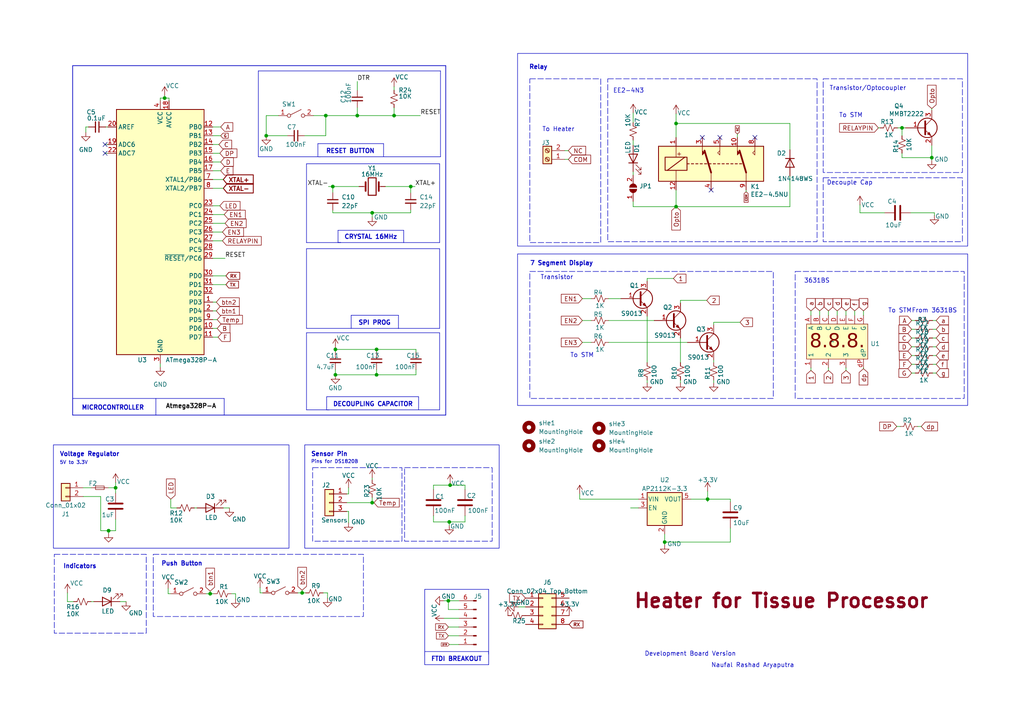
<source format=kicad_sch>
(kicad_sch (version 20230121) (generator eeschema)
  (paper "A4")
  (junction (at 103.632 33.528))
  (junction (at 97.282 101.346))
  (junction (at 33.528 141.478))
  (junction (at 130.302 151.384))
  (junction (at 192.786 157.226))
  (junction (at 94.488 33.528))
  (junction (at 196.088 59.944))
  (junction (at 130.556 140.716))
  (junction (at 130.048 174.244))
  (junction (at 107.95 145.796))
  (junction (at 196.088 35.814))
  (junction (at 109.22 108.712))
  (junction (at 109.22 101.346))
  (junction (at 77.216 39.37))
  (junction (at 97.282 108.712))
  (junction (at 96.52 54.102))
  (junction (at 119.126 54.102))
  (junction (at 107.95 61.722))
  (junction (at 87.63 171.958))
  (junction (at 261.62 37.084))
  (junction (at 270.256 45.72))
  (junction (at 114.3 33.528))
  (junction (at 31.496 153.924))
  (junction (at 205.232 144.78))
  (junction (at 47.752 28.448))
  (junction (at 60.96 172.212))
  (no_connect (at 208.788 39.878))
  (no_connect (at 30.48 41.91))
  (no_connect (at 203.708 39.878))
  (no_connect (at 206.248 55.118))
  (no_connect (at 218.948 39.878))
  (no_connect (at 30.48 44.45))
  (wire (pts (xy 107.95 145.796) (xy 100.584 145.796)))
  (wire (pts (xy 168.91 86.614) (xy 171.45 86.614)))
  (wire (pts (xy 176.53 92.964) (xy 189.738 92.964)))
  (polyline (pts (xy 92.202 45.466) (xy 92.202 41.656)))
  (wire (pts (xy 103.632 33.528) (xy 114.3 33.528)))
  (polyline (pts (xy 123.19 192.786) (xy 141.732 192.786)))
  (wire (pts (xy 205.232 142.494) (xy 205.232 144.78)))
  (polyline (pts (xy 92.964 45.466) (xy 92.202 45.466)))
  (wire (pts (xy 109.22 108.712) (xy 120.65 108.712)))
  (wire (pts (xy 187.706 80.772) (xy 187.706 81.534)))
  (wire (pts (xy 216.408 55.626) (xy 216.408 55.118)))
  (wire (pts (xy 250.444 90.17) (xy 250.444 91.44)))
  (wire (pts (xy 96.52 54.102) (xy 104.14 54.102)))
  (polyline (pts (xy 129.286 120.396) (xy 21.082 120.396)) (stroke (width 0.2) (type solid)))
  (wire (pts (xy 270.51 108.204) (xy 271.526 108.204)))
  (wire (pts (xy 26.416 141.478) (xy 24.13 141.478)))
  (wire (pts (xy 270.51 100.584) (xy 271.526 100.584)))
  (wire (pts (xy 271.018 61.722) (xy 264.16 61.722)))
  (wire (pts (xy 107.95 144.272) (xy 107.95 145.796)))
  (wire (pts (xy 27.178 174.498) (xy 26.416 174.498)))
  (polyline (pts (xy 141.732 188.976) (xy 141.732 189.738)))
  (wire (pts (xy 235.204 107.442) (xy 235.204 106.68)))
  (wire (pts (xy 114.3 31.242) (xy 114.3 33.528)))
  (wire (pts (xy 229.108 59.944) (xy 229.108 51.054)))
  (wire (pts (xy 134.874 149.606) (xy 134.874 151.384)))
  (wire (pts (xy 270.256 31.496) (xy 270.256 32.004)))
  (wire (pts (xy 87.63 171.958) (xy 88.646 171.958)))
  (wire (pts (xy 61.722 74.93) (xy 65.278 74.93)))
  (wire (pts (xy 182.88 147.32) (xy 185.166 147.32)))
  (wire (pts (xy 61.722 59.69) (xy 63.754 59.69)))
  (wire (pts (xy 164.846 46.228) (xy 163.83 46.228)))
  (wire (pts (xy 86.36 171.958) (xy 87.63 171.958)))
  (wire (pts (xy 49.53 144.78) (xy 49.53 147.32)))
  (wire (pts (xy 125.73 151.384) (xy 130.302 151.384)))
  (wire (pts (xy 229.108 35.814) (xy 196.088 35.814)))
  (wire (pts (xy 270.51 92.964) (xy 271.526 92.964)))
  (polyline (pts (xy 127.508 70.358) (xy 127.508 47.498)))
  (wire (pts (xy 264.414 95.504) (xy 265.43 95.504)))
  (wire (pts (xy 29.21 153.924) (xy 31.496 153.924)))
  (wire (pts (xy 30.48 41.91) (xy 31.242 41.91)))
  (polyline (pts (xy 127.762 20.574) (xy 74.93 20.574)))
  (wire (pts (xy 30.48 44.45) (xy 31.242 44.45)))
  (polyline (pts (xy 101.854 91.44) (xy 115.57 91.44)))
  (polyline (pts (xy 127.762 45.466) (xy 127.762 20.574)))
  (wire (pts (xy 33.528 139.954) (xy 33.528 141.478)))
  (wire (pts (xy 62.738 87.63) (xy 61.722 87.63)))
  (wire (pts (xy 130.048 174.244) (xy 133.096 174.244)))
  (wire (pts (xy 61.722 46.99) (xy 64.008 46.99)))
  (wire (pts (xy 168.148 143.256) (xy 168.148 144.78)))
  (wire (pts (xy 97.282 101.346) (xy 109.22 101.346)))
  (polyline (pts (xy 74.93 20.574) (xy 74.93 45.466)))
  (polyline (pts (xy 123.19 170.942) (xy 123.19 189.992)))
  (polyline (pts (xy 21.082 19.05) (xy 129.286 19.05)) (stroke (width 0.2) (type solid)))
  (wire (pts (xy 30.734 36.83) (xy 31.242 36.83)))
  (wire (pts (xy 197.358 87.122) (xy 197.358 87.884)))
  (wire (pts (xy 29.21 144.018) (xy 29.21 153.924)))
  (polyline (pts (xy 123.19 188.976) (xy 141.732 188.976)))
  (wire (pts (xy 130.048 184.404) (xy 133.096 184.404)))
  (wire (pts (xy 120.65 101.346) (xy 120.65 102.108)))
  (polyline (pts (xy 95.504 118.872) (xy 94.742 118.872)))
  (wire (pts (xy 270.51 105.664) (xy 271.526 105.664)))
  (wire (pts (xy 196.088 35.814) (xy 196.088 39.878)))
  (wire (pts (xy 94.488 33.528) (xy 90.932 33.528)))
  (wire (pts (xy 214.63 93.472) (xy 207.01 93.472)))
  (wire (pts (xy 192.786 157.988) (xy 192.786 157.226)))
  (wire (pts (xy 168.148 144.78) (xy 185.166 144.78)))
  (wire (pts (xy 264.414 98.044) (xy 265.43 98.044)))
  (wire (pts (xy 242.824 90.17) (xy 242.824 91.44)))
  (wire (pts (xy 254.762 37.084) (xy 255.27 37.084)))
  (wire (pts (xy 260.35 37.084) (xy 261.62 37.084)))
  (wire (pts (xy 101.092 141.478) (xy 101.092 143.256)))
  (polyline (pts (xy 98.806 70.358) (xy 98.044 70.358)))
  (wire (pts (xy 125.73 140.716) (xy 125.73 141.986)))
  (wire (pts (xy 130.048 176.784) (xy 130.048 174.244)))
  (wire (pts (xy 128.778 174.244) (xy 130.048 174.244)))
  (wire (pts (xy 183.642 58.42) (xy 183.642 59.944)))
  (wire (pts (xy 94.996 171.958) (xy 93.726 171.958)))
  (wire (pts (xy 33.528 150.622) (xy 33.528 153.924)))
  (wire (pts (xy 24.892 38.354) (xy 24.892 36.83)))
  (wire (pts (xy 87.63 171.196) (xy 87.63 171.958)))
  (wire (pts (xy 183.642 49.784) (xy 183.642 50.8)))
  (polyline (pts (xy 45.212 115.57) (xy 45.212 120.396)))
  (wire (pts (xy 264.414 100.584) (xy 265.43 100.584)))
  (wire (pts (xy 205.232 144.78) (xy 205.232 145.542)))
  (wire (pts (xy 97.282 102.108) (xy 97.282 101.346)))
  (wire (pts (xy 260.096 123.698) (xy 261.112 123.698)))
  (wire (pts (xy 61.722 54.61) (xy 64.77 54.61)))
  (wire (pts (xy 168.91 92.964) (xy 171.45 92.964)))
  (wire (pts (xy 204.978 87.122) (xy 197.358 87.122)))
  (wire (pts (xy 130.556 140.716) (xy 134.874 140.716)))
  (wire (pts (xy 111.76 54.102) (xy 119.126 54.102)))
  (wire (pts (xy 114.3 25.146) (xy 114.3 26.162)))
  (wire (pts (xy 235.204 90.17) (xy 235.204 91.44)))
  (wire (pts (xy 213.868 38.862) (xy 213.868 39.878)))
  (polyline (pts (xy 92.456 45.466) (xy 92.964 45.466)))
  (wire (pts (xy 196.088 59.944) (xy 196.088 55.118)))
  (wire (pts (xy 75.438 171.958) (xy 76.2 171.958)))
  (wire (pts (xy 237.744 90.17) (xy 237.744 91.44)))
  (polyline (pts (xy 98.044 70.358) (xy 98.044 66.802)))
  (wire (pts (xy 109.22 101.346) (xy 109.22 102.108)))
  (wire (pts (xy 176.53 86.614) (xy 180.086 86.614)))
  (polyline (pts (xy 101.854 95.25) (xy 101.854 91.44)))
  (wire (pts (xy 75.438 170.434) (xy 75.438 171.958)))
  (wire (pts (xy 61.722 44.45) (xy 63.754 44.45)))
  (polyline (pts (xy 123.19 189.992) (xy 123.19 192.786)))
  (wire (pts (xy 61.722 49.53) (xy 64.008 49.53)))
  (polyline (pts (xy 65.024 115.57) (xy 65.024 120.396)))
  (wire (pts (xy 47.752 27.686) (xy 47.752 28.448)))
  (polyline (pts (xy 92.202 41.656) (xy 111.252 41.656)))
  (wire (pts (xy 61.722 69.85) (xy 64.516 69.85)))
  (wire (pts (xy 49.022 28.448) (xy 49.022 29.21)))
  (polyline (pts (xy 98.044 66.802) (xy 117.094 66.802)))
  (wire (pts (xy 57.15 147.32) (xy 56.388 147.32)))
  (wire (pts (xy 130.048 181.864) (xy 133.096 181.864)))
  (wire (pts (xy 207.01 93.472) (xy 207.01 94.234)))
  (wire (pts (xy 197.358 110.998) (xy 197.358 110.236)))
  (wire (pts (xy 196.088 33.02) (xy 196.088 35.814)))
  (wire (pts (xy 60.96 171.45) (xy 60.96 172.212)))
  (polyline (pts (xy 21.082 115.57) (xy 65.024 115.57)))
  (polyline (pts (xy 75.438 45.466) (xy 127.762 45.466)))
  (wire (pts (xy 46.482 29.21) (xy 46.482 28.448)))
  (wire (pts (xy 134.874 140.716) (xy 134.874 141.986)))
  (wire (pts (xy 19.558 174.498) (xy 21.336 174.498)))
  (polyline (pts (xy 88.9 96.52) (xy 88.9 118.872)))
  (polyline (pts (xy 121.412 115.062) (xy 121.412 118.872)))
  (wire (pts (xy 36.576 174.498) (xy 34.798 174.498)))
  (wire (pts (xy 195.326 80.772) (xy 187.706 80.772)))
  (wire (pts (xy 94.996 173.482) (xy 94.996 171.958)))
  (wire (pts (xy 48.768 172.212) (xy 49.53 172.212)))
  (wire (pts (xy 270.51 103.124) (xy 271.526 103.124)))
  (wire (pts (xy 205.232 144.78) (xy 211.836 144.78)))
  (wire (pts (xy 264.414 105.664) (xy 265.43 105.664)))
  (wire (pts (xy 107.95 62.992) (xy 107.95 61.722)))
  (wire (pts (xy 63.5 41.91) (xy 61.722 41.91)))
  (polyline (pts (xy 88.9 95.25) (xy 88.9 72.136)))
  (wire (pts (xy 94.488 33.528) (xy 103.632 33.528)))
  (wire (pts (xy 107.95 138.684) (xy 107.95 139.192)))
  (wire (pts (xy 95.25 54.102) (xy 96.52 54.102)))
  (wire (pts (xy 66.548 147.32) (xy 64.77 147.32)))
  (wire (pts (xy 130.048 176.784) (xy 133.096 176.784)))
  (wire (pts (xy 183.642 32.766) (xy 183.642 35.56)))
  (wire (pts (xy 207.01 110.998) (xy 207.01 110.236)))
  (wire (pts (xy 61.722 95.25) (xy 62.992 95.25)))
  (wire (pts (xy 125.73 140.716) (xy 130.556 140.716)))
  (polyline (pts (xy 88.9 96.52) (xy 127.508 96.52)))
  (polyline (pts (xy 115.57 95.25) (xy 127.508 95.25)))
  (wire (pts (xy 101.092 151.638) (xy 101.092 148.336)))
  (wire (pts (xy 31.496 154.686) (xy 31.496 153.924)))
  (wire (pts (xy 270.51 98.044) (xy 271.526 98.044)))
  (polyline (pts (xy 115.57 91.44) (xy 115.57 95.25)))
  (wire (pts (xy 63.246 97.79) (xy 61.722 97.79)))
  (polyline (pts (xy 94.742 118.872) (xy 94.742 115.062)))
  (wire (pts (xy 240.284 107.442) (xy 240.284 106.68)))
  (polyline (pts (xy 94.742 115.062) (xy 121.412 115.062)))
  (wire (pts (xy 130.302 151.384) (xy 130.302 152.4)))
  (wire (pts (xy 101.092 143.256) (xy 100.584 143.256)))
  (polyline (pts (xy 141.732 192.786) (xy 141.732 170.942)))
  (wire (pts (xy 271.018 62.484) (xy 271.018 61.722)))
  (wire (pts (xy 192.786 157.226) (xy 211.836 157.226)))
  (wire (pts (xy 80.772 33.528) (xy 77.216 33.528)))
  (wire (pts (xy 109.22 107.188) (xy 109.22 108.712)))
  (wire (pts (xy 97.282 107.188) (xy 97.282 108.712)))
  (wire (pts (xy 128.778 179.324) (xy 133.096 179.324)))
  (polyline (pts (xy 88.9 72.136) (xy 127.508 72.136)))
  (wire (pts (xy 31.496 153.924) (xy 33.528 153.924)))
  (wire (pts (xy 261.62 37.084) (xy 262.636 37.084)))
  (wire (pts (xy 211.836 144.78) (xy 211.836 145.542)))
  (polyline (pts (xy 141.732 170.942) (xy 123.19 170.942)))
  (polyline (pts (xy 127.508 118.872) (xy 88.9 118.872)))
  (wire (pts (xy 211.836 153.162) (xy 211.836 157.226)))
  (wire (pts (xy 19.558 171.958) (xy 19.558 174.498)))
  (wire (pts (xy 88.392 39.37) (xy 94.488 39.37)))
  (wire (pts (xy 270.51 95.504) (xy 271.526 95.504)))
  (wire (pts (xy 96.52 60.96) (xy 96.52 61.722)))
  (wire (pts (xy 48.768 170.688) (xy 48.768 172.212)))
  (wire (pts (xy 83.312 39.37) (xy 77.216 39.37)))
  (polyline (pts (xy 88.9 47.498) (xy 127.508 47.498)))
  (wire (pts (xy 94.488 39.37) (xy 94.488 33.528)))
  (polyline (pts (xy 88.9 47.498) (xy 88.9 70.358)))
  (polyline (pts (xy 88.9 70.358) (xy 127.508 70.358)))
  (wire (pts (xy 46.482 106.426) (xy 46.482 105.41)))
  (wire (pts (xy 200.406 144.78) (xy 205.232 144.78)))
  (wire (pts (xy 266.192 123.698) (xy 267.208 123.698)))
  (wire (pts (xy 247.904 90.17) (xy 247.904 91.44)))
  (wire (pts (xy 61.722 62.23) (xy 65.024 62.23)))
  (wire (pts (xy 68.326 172.212) (xy 67.056 172.212)))
  (wire (pts (xy 62.738 90.17) (xy 61.722 90.17)))
  (wire (pts (xy 60.96 172.212) (xy 61.976 172.212)))
  (polyline (pts (xy 129.286 19.812) (xy 129.286 19.05)))
  (wire (pts (xy 103.632 31.242) (xy 103.632 33.528)))
  (wire (pts (xy 250.444 106.934) (xy 250.444 106.68)))
  (wire (pts (xy 229.108 43.434) (xy 229.108 35.814)))
  (wire (pts (xy 96.52 61.722) (xy 107.95 61.722)))
  (wire (pts (xy 61.722 82.55) (xy 65.532 82.55)))
  (wire (pts (xy 24.13 144.018) (xy 29.21 144.018)))
  (wire (pts (xy 31.496 141.478) (xy 33.528 141.478)))
  (wire (pts (xy 24.892 36.83) (xy 25.654 36.83)))
  (wire (pts (xy 109.22 101.346) (xy 120.65 101.346)))
  (polyline (pts (xy 74.93 45.466) (xy 75.438 45.466)))
  (wire (pts (xy 61.722 80.01) (xy 65.532 80.01)))
  (wire (pts (xy 119.126 54.102) (xy 120.396 54.102)))
  (wire (pts (xy 97.282 100.838) (xy 97.282 101.346)))
  (wire (pts (xy 97.282 108.712) (xy 109.22 108.712)))
  (wire (pts (xy 108.458 145.796) (xy 107.95 145.796)))
  (wire (pts (xy 96.52 55.88) (xy 96.52 54.102)))
  (wire (pts (xy 125.73 149.606) (xy 125.73 151.384)))
  (wire (pts (xy 196.088 59.944) (xy 183.642 59.944)))
  (wire (pts (xy 130.556 140.208) (xy 130.556 140.716)))
  (wire (pts (xy 103.632 23.622) (xy 103.632 26.162)))
  (wire (pts (xy 68.326 173.736) (xy 68.326 172.212)))
  (wire (pts (xy 196.088 59.944) (xy 229.108 59.944)))
  (wire (pts (xy 270.256 45.72) (xy 270.256 42.164)))
  (polyline (pts (xy 123.19 190.246) (xy 123.19 188.976)))
  (wire (pts (xy 264.414 108.204) (xy 265.43 108.204)))
  (wire (pts (xy 183.642 42.164) (xy 183.642 40.64)))
  (wire (pts (xy 264.414 103.124) (xy 265.43 103.124)))
  (wire (pts (xy 261.62 45.72) (xy 270.256 45.72)))
  (wire (pts (xy 176.53 99.314) (xy 199.39 99.314)))
  (wire (pts (xy 33.528 143.002) (xy 33.528 141.478)))
  (wire (pts (xy 187.706 91.694) (xy 187.706 105.156)))
  (wire (pts (xy 61.722 92.71) (xy 62.992 92.71)))
  (wire (pts (xy 197.358 98.044) (xy 197.358 105.156)))
  (wire (pts (xy 119.126 55.88) (xy 119.126 54.102)))
  (wire (pts (xy 207.01 104.394) (xy 207.01 105.156)))
  (wire (pts (xy 249.428 59.436) (xy 249.428 61.722)))
  (wire (pts (xy 261.62 44.45) (xy 261.62 45.72)))
  (wire (pts (xy 61.722 67.31) (xy 64.516 67.31)))
  (wire (pts (xy 114.3 33.528) (xy 121.92 33.528)))
  (wire (pts (xy 120.65 108.712) (xy 120.65 107.188)))
  (wire (pts (xy 245.364 90.17) (xy 245.364 91.44)))
  (wire (pts (xy 150.368 176.022) (xy 152.4 176.022)))
  (wire (pts (xy 101.092 148.336) (xy 100.584 148.336)))
  (polyline (pts (xy 127.508 72.136) (xy 127.508 95.25)))
  (wire (pts (xy 46.482 28.448) (xy 47.752 28.448)))
  (wire (pts (xy 61.722 52.07) (xy 64.77 52.07)))
  (wire (pts (xy 261.62 39.37) (xy 261.62 37.084)))
  (wire (pts (xy 77.216 33.528) (xy 77.216 39.37)))
  (wire (pts (xy 245.364 107.442) (xy 245.364 106.68)))
  (wire (pts (xy 64.008 36.83) (xy 61.722 36.83)))
  (polyline (pts (xy 111.252 41.656) (xy 111.252 45.466)))
  (wire (pts (xy 187.706 110.998) (xy 187.706 110.236)))
  (wire (pts (xy 192.786 157.226) (xy 192.786 154.94)))
  (wire (pts (xy 240.284 90.17) (xy 240.284 91.44)))
  (wire (pts (xy 59.69 172.212) (xy 60.96 172.212)))
  (polyline (pts (xy 129.286 19.05) (xy 129.286 120.396)) (stroke (width 0.2) (type solid)))
  (wire (pts (xy 49.53 147.32) (xy 51.308 147.32)))
  (polyline (pts (xy 21.082 19.05) (xy 21.082 120.396)) (stroke (width 0.2) (type solid)))
  (wire (pts (xy 47.752 28.448) (xy 49.022 28.448)))
  (polyline (pts (xy 115.57 95.25) (xy 88.9 95.25)))
  (wire (pts (xy 168.91 99.314) (xy 171.45 99.314)))
  (wire (pts (xy 130.302 186.944) (xy 133.096 186.944)))
  (wire (pts (xy 107.95 61.722) (xy 119.126 61.722)))
  (wire (pts (xy 270.256 45.72) (xy 270.256 46.482)))
  (wire (pts (xy 164.846 43.688) (xy 163.83 43.688)))
  (polyline (pts (xy 127.508 96.52) (xy 127.508 118.872)))
  (wire (pts (xy 264.414 92.964) (xy 265.43 92.964)))
  (polyline (pts (xy 117.094 66.802) (xy 117.094 70.358)))
  (wire (pts (xy 130.302 151.384) (xy 134.874 151.384)))
  (wire (pts (xy 61.722 39.37) (xy 64.008 39.37)))
  (wire (pts (xy 61.722 64.77) (xy 65.278 64.77)))
  (wire (pts (xy 119.126 61.722) (xy 119.126 60.96)))
  (wire (pts (xy 249.428 61.722) (xy 256.54 61.722)))
  (rectangle (start 117.348 135.636) (end 142.748 156.972) (stroke (width 0) (type dash)))
  (rectangle (start 176.276 22.86) (end 236.982 70.104) (stroke (width 0) (type dash)))
  (rectangle (start 238.76 22.86) (end 279.146 50.038) (stroke (width 0) (type dash)))
  (rectangle (start 230.632 78.74) (end 279.654 115.57) (stroke (width 0) (type dash)))
  (rectangle (start 44.45 160.782) (end 105.41 178.816) (stroke (width 0) (type dash)))
  (rectangle (start 150.114 15.494) (end 280.67 71.374))
  (rectangle (start 90.678 135.636) (end 116.586 156.972) (stroke (width 0) (type dash)))
  (rectangle (start 153.67 22.86) (end 174.244 70.358) (stroke (width 0) (type dash)))
  (rectangle (start 150.114 73.66) (end 280.67 117.602))
  (rectangle (start 15.494 129.032) (end 83.82 159.004))
  (rectangle (start 15.748 160.782) (end 42.418 183.642) (stroke (width 0) (type dash)))
  (rectangle (start 88.392 129.032) (end 144.78 159.004))
  (rectangle (start 153.67 78.74) (end 224.282 115.57) (stroke (width 0) (type dash)))
  (rectangle (start 238.76 51.562) (end 279.146 70.104) (stroke (width 0) (type dash)))
  (text "5V to 3.3V\n" (at 17.272 134.874 0) (effects (font (size 1 1)) (justify left bottom)))
  (text "To STM\n" (at 243.332 34.29 0) (effects (font (size 1.27 1.27)) (justify left bottom)))
  (text "Indicators\n" (at 18.288 165.1 0) (effects (font (size 1.27 1.27) bold) (justify left bottom)))
  (text "To Heater\n" (at 157.226 38.354 0) (effects (font (size 1.27 1.27)) (justify left bottom)))
  (text "MICROCONTROLLER\n" (at 23.622 119.126 0) (effects (font (size 1.27 1.27) bold) (justify left bottom)))
  (text "Sensor Pin" (at 90.17 132.588 0) (effects (font (size 1.27 1.27) bold) (justify left bottom)))
  (text "Development Board Version\n" (at 186.944 190.5 0) (effects (font (size 1.27 1.27)) (justify left bottom)))
  (text "To STM\n" (at 165.354 103.886 0) (effects (font (size 1.27 1.27)) (justify left bottom)))
  (text "7 Segment Display" (at 153.67 77.216 0) (effects (font (size 1.27 1.27) (thickness 0.254) bold) (justify left bottom)))
  (text "Naufal Rashad Aryaputra\n" (at 206.248 193.802 0) (effects (font (size 1.27 1.27)) (justify left bottom)))
  (text "EE2-4N3\n" (at 177.8 27.178 0) (effects (font (size 1.27 1.27)) (justify left bottom)))
  (text "DECOUPLING CAPACITOR\n" (at 96.52 118.11 0) (effects (font (size 1.27 1.27) bold) (justify left bottom)))
  (text "To STM\n" (at 257.556 90.932 0) (effects (font (size 1.27 1.27)) (justify left bottom)))
  (text "Push Button\n" (at 46.736 164.338 0) (effects (font (size 1.27 1.27) (thickness 0.254) bold) (justify left bottom)))
  (text "Heater for Tissue Processor\n" (at 183.642 176.784 0) (effects (font (size 4 4) bold) (justify left bottom)))
  (text "SPI PROG\n" (at 103.886 94.488 0) (effects (font (size 1.27 1.27) bold) (justify left bottom)))
  (text "Decouple Cap\n" (at 239.776 53.848 0) (effects (font (size 1.27 1.27)) (justify left bottom)))
  (text "Relay\n" (at 153.416 20.32 0) (effects (font (size 1.27 1.27) bold) (justify left bottom)))
  (text "Voltage Regulator\n" (at 17.272 132.588 0) (effects (font (size 1.27 1.27) bold) (justify left bottom)))
  (text "Transistor" (at 156.718 81.28 0) (effects (font (size 1.27 1.27)) (justify left bottom)))
  (text "From 3631BS\n" (at 264.414 90.932 0) (effects (font (size 1.27 1.27)) (justify left bottom)))
  (text "Transistor/Optocoupler\n" (at 240.538 26.416 0) (effects (font (size 1.27 1.27)) (justify left bottom)))
  (text "3631BS\n" (at 233.172 82.296 0) (effects (font (size 1.27 1.27)) (justify left bottom)))
  (text "CRYSTAL 16MHz\n" (at 99.822 69.596 0) (effects (font (size 1.27 1.27) bold) (justify left bottom)))
  (text "FTDI BREAKOUT\n\n" (at 124.968 194.056 0) (effects (font (size 1.27 1.27) (thickness 0.254) bold) (justify left bottom)))
  (text "RESET BUTTON\n" (at 94.488 44.704 0) (effects (font (size 1.27 1.27) bold) (justify left bottom)))
  (text "Pins for DS1820B\n" (at 90.17 134.62 0) (effects (font (size 1 1)) (justify left bottom)))
  (label "XTAL-" (at 95.25 54.102 180))
  (label "RESET" (at 65.278 74.93 0))
  (label "Atmega328P-A" (at 48.006 118.872 0) (effects (font bold)))
  (label "XTAL+" (at 120.396 54.102 0))
  (label "RESET" (at 121.92 33.528 0))
  (label "DTR" (at 103.632 23.622 0))
  (global_label "C" (shape input) (at 264.414 98.044 180) (property "Intersheetrefs" "${INTERSHEET_REFS}" (effects hide)))
  (global_label "Opto" (shape input) (at 196.088 59.944 270) (property "Intersheetrefs" "${INTERSHEET_REFS}" (effects hide)))
  (global_label "COM" (shape input) (at 164.846 46.228 0) (property "Intersheetrefs" "${INTERSHEET_REFS}" (effects hide)))
  (global_label "A" (shape input) (at 64.008 36.83 0) (property "Intersheetrefs" "${INTERSHEET_REFS}" (effects hide)))
  (global_label "RX" (shape input) (at 130.048 181.864 180) (effects (font (size 0.96 0.96))) (property "Intersheetrefs" "${INTERSHEET_REFS}" (effects hide)))
  (global_label "btn1" (shape input) (at 60.96 171.45 90) (property "Intersheetrefs" "${INTERSHEET_REFS}" (effects hide)))
  (global_label "EN3" (shape input) (at 64.516 67.31 0) (property "Intersheetrefs" "${INTERSHEET_REFS}" (effects hide)))
  (global_label "EN3" (shape input) (at 168.91 99.314 180) (property "Intersheetrefs" "${INTERSHEET_REFS}" (effects hide)))
  (global_label "XTAL+" (shape input) (at 64.77 52.07 0) (effects (font bold)) (property "Intersheetrefs" "${INTERSHEET_REFS}" (effects hide)))
  (global_label "e" (shape input) (at 271.526 103.124 0) (property "Intersheetrefs" "${INTERSHEET_REFS}" (effects hide)))
  (global_label "D" (shape input) (at 264.414 100.584 180) (property "Intersheetrefs" "${INTERSHEET_REFS}" (effects hide)))
  (global_label "RELAYPIN" (shape input) (at 254.762 37.084 180) (property "Intersheetrefs" "${INTERSHEET_REFS}" (effects hide)))
  (global_label "XTAL-" (shape input) (at 64.77 54.61 0) (effects (font bold)) (property "Intersheetrefs" "${INTERSHEET_REFS}" (effects hide)))
  (global_label "COM" (shape input) (at 216.408 55.626 270) (effects (font (size 0.6 0.6))) (property "Intersheetrefs" "${INTERSHEET_REFS}" (effects hide)))
  (global_label "Opto" (shape input) (at 270.256 31.496 90) (property "Intersheetrefs" "${INTERSHEET_REFS}" (effects hide)))
  (global_label "b" (shape input) (at 271.526 95.504 0) (property "Intersheetrefs" "${INTERSHEET_REFS}" (effects hide)))
  (global_label "btn2" (shape input) (at 87.63 171.196 90) (property "Intersheetrefs" "${INTERSHEET_REFS}" (effects hide)))
  (global_label "EN1" (shape input) (at 168.91 86.614 180) (property "Intersheetrefs" "${INTERSHEET_REFS}" (effects hide)))
  (global_label "3" (shape input) (at 245.364 107.442 270) (property "Intersheetrefs" "${INTERSHEET_REFS}" (effects hide)))
  (global_label "A" (shape input) (at 264.414 92.964 180) (property "Intersheetrefs" "${INTERSHEET_REFS}" (effects hide)))
  (global_label "E" (shape input) (at 264.414 103.124 180) (property "Intersheetrefs" "${INTERSHEET_REFS}" (effects hide)))
  (global_label "f" (shape input) (at 247.904 90.17 90) (property "Intersheetrefs" "${INTERSHEET_REFS}" (effects hide)))
  (global_label "Temp" (shape input) (at 62.992 92.71 0) (property "Intersheetrefs" "${INTERSHEET_REFS}" (effects hide)))
  (global_label "RX" (shape input) (at 165.1 181.102 0) (effects (font (size 0.96 0.96) bold)) (property "Intersheetrefs" "${INTERSHEET_REFS}" (effects hide)))
  (global_label "btn2" (shape input) (at 62.738 87.63 0) (property "Intersheetrefs" "${INTERSHEET_REFS}" (effects hide)))
  (global_label "btn1" (shape input) (at 62.738 90.17 0) (property "Intersheetrefs" "${INTERSHEET_REFS}" (effects hide)))
  (global_label "dp" (shape input) (at 250.444 106.934 270) (property "Intersheetrefs" "${INTERSHEET_REFS}" (effects hide)))
  (global_label "E" (shape input) (at 64.008 49.53 0) (property "Intersheetrefs" "${INTERSHEET_REFS}" (effects hide)))
  (global_label "B" (shape input) (at 264.414 95.504 180) (property "Intersheetrefs" "${INTERSHEET_REFS}" (effects hide)))
  (global_label "DP" (shape input) (at 260.096 123.698 180) (property "Intersheetrefs" "${INTERSHEET_REFS}" (effects hide)))
  (global_label "TX" (shape input) (at 65.532 82.55 0) (effects (font (size 0.93 0.93) bold)) (property "Intersheetrefs" "${INTERSHEET_REFS}" (effects hide)))
  (global_label "C" (shape input) (at 63.5 41.91 0) (property "Intersheetrefs" "${INTERSHEET_REFS}" (effects hide)))
  (global_label "c" (shape input) (at 271.526 98.044 0) (property "Intersheetrefs" "${INTERSHEET_REFS}" (effects hide)))
  (global_label "DP" (shape input) (at 63.754 44.45 0) (property "Intersheetrefs" "${INTERSHEET_REFS}" (effects hide)))
  (global_label "B" (shape input) (at 62.992 95.25 0) (property "Intersheetrefs" "${INTERSHEET_REFS}" (effects hide)))
  (global_label "e" (shape input) (at 245.364 90.17 90) (property "Intersheetrefs" "${INTERSHEET_REFS}" (effects hide)))
  (global_label "2" (shape input) (at 204.978 87.122 0) (property "Intersheetrefs" "${INTERSHEET_REFS}" (effects hide)))
  (global_label "dp" (shape input) (at 267.208 123.698 0) (property "Intersheetrefs" "${INTERSHEET_REFS}" (effects hide)))
  (global_label "1" (shape input) (at 235.204 107.442 270) (property "Intersheetrefs" "${INTERSHEET_REFS}" (effects hide)))
  (global_label "D" (shape input) (at 64.008 46.99 0) (property "Intersheetrefs" "${INTERSHEET_REFS}" (effects hide)))
  (global_label "RELAYPIN" (shape input) (at 64.516 69.85 0) (property "Intersheetrefs" "${INTERSHEET_REFS}" (effects hide)))
  (global_label "3" (shape input) (at 214.63 93.472 0) (property "Intersheetrefs" "${INTERSHEET_REFS}" (effects hide)))
  (global_label "1" (shape input) (at 195.326 80.772 0) (property "Intersheetrefs" "${INTERSHEET_REFS}" (effects hide)))
  (global_label "NC" (shape input) (at 213.868 38.862 90) (effects (font (size 0.6 0.6))) (property "Intersheetrefs" "${INTERSHEET_REFS}" (effects hide)))
  (global_label "b" (shape input) (at 237.744 90.17 90) (property "Intersheetrefs" "${INTERSHEET_REFS}" (effects hide)))
  (global_label "RX" (shape input) (at 65.532 80.01 0) (effects (font (size 0.96 0.96) bold)) (property "Intersheetrefs" "${INTERSHEET_REFS}" (effects hide)))
  (global_label "f" (shape input) (at 271.526 105.664 0) (property "Intersheetrefs" "${INTERSHEET_REFS}" (effects hide)))
  (global_label "F" (shape input) (at 264.414 105.664 180) (property "Intersheetrefs" "${INTERSHEET_REFS}" (effects hide)))
  (global_label "a" (shape input) (at 235.204 90.17 90) (property "Intersheetrefs" "${INTERSHEET_REFS}" (effects hide)))
  (global_label "c" (shape input) (at 240.284 90.17 90) (property "Intersheetrefs" "${INTERSHEET_REFS}" (effects hide)))
  (global_label "d" (shape input) (at 242.824 90.17 90) (property "Intersheetrefs" "${INTERSHEET_REFS}" (effects hide)))
  (global_label "F" (shape input) (at 63.246 97.79 0) (property "Intersheetrefs" "${INTERSHEET_REFS}" (effects hide)))
  (global_label "G" (shape input) (at 264.414 108.204 180) (property "Intersheetrefs" "${INTERSHEET_REFS}" (effects hide)))
  (global_label "d" (shape input) (at 271.526 100.584 0) (property "Intersheetrefs" "${INTERSHEET_REFS}" (effects hide)))
  (global_label "EN1" (shape input) (at 65.024 62.23 0) (property "Intersheetrefs" "${INTERSHEET_REFS}" (effects hide)))
  (global_label "G" (shape input) (at 64.008 39.37 0) (effects (font (size 0.75 0.75))) (property "Intersheetrefs" "${INTERSHEET_REFS}" (effects hide)))
  (global_label "g" (shape input) (at 271.526 108.204 0) (property "Intersheetrefs" "${INTERSHEET_REFS}" (effects hide)))
  (global_label "a" (shape input) (at 271.526 92.964 0) (property "Intersheetrefs" "${INTERSHEET_REFS}" (effects hide)))
  (global_label "Temp" (shape input) (at 108.458 145.796 0) (property "Intersheetrefs" "${INTERSHEET_REFS}" (effects hide)))
  (global_label "NC" (shape input) (at 164.846 43.688 0) (property "Intersheetrefs" "${INTERSHEET_REFS}" (effects hide)))
  (global_label "2" (shape input) (at 240.284 107.442 270) (property "Intersheetrefs" "${INTERSHEET_REFS}" (effects hide)))
  (global_label "DTR" (shape input) (at 130.302 186.944 180) (effects (font (size 0.5 0.5))) (property "Intersheetrefs" "${INTERSHEET_REFS}" (effects hide)))
  (global_label "EN2" (shape input) (at 168.91 92.964 180) (property "Intersheetrefs" "${INTERSHEET_REFS}" (effects hide)))
  (global_label "EN2" (shape input) (at 65.278 64.77 0) (property "Intersheetrefs" "${INTERSHEET_REFS}" (effects hide)))
  (global_label "LED" (shape input) (at 49.53 144.78 90) (property "Intersheetrefs" "${INTERSHEET_REFS}" (effects hide)))
  (global_label "TX" (shape input) (at 152.4 173.482 180) (property "Intersheetrefs" "${INTERSHEET_REFS}" (effects hide)))
  (global_label "g" (shape input) (at 250.444 90.17 90) (property "Intersheetrefs" "${INTERSHEET_REFS}" (effects hide)))
  (global_label "TX" (shape input) (at 130.048 184.404 180) (effects (font (size 0.96 0.96))) (property "Intersheetrefs" "${INTERSHEET_REFS}" (effects hide)))
  (global_label "LED" (shape input) (at 63.754 59.69 0) (property "Intersheetrefs" "${INTERSHEET_REFS}" (effects hide)))
  (symbol (lib_id "power:GND") (at 101.092 151.638 0) (unit 1)
    (property "Reference" "#PWR010" (effects hide))
    (property "Value" "GND" (at 103.886 151.384 0))
  )
  (symbol (lib_id "power:VCC") (at 97.282 100.838 0) (unit 1)
    (property "Reference" "#PWR08" (effects hide))
    (property "Value" "VCC" (at 99.568 98.044 0))
  )
  (symbol (lib_id "Device:LED") (at 183.642 45.974 90) (unit 1)
    (property "Reference" "D1" (at 184.658 41.656 0) (effects (justify right)))
    (property "Value" "LED" (at 182.118 40.894 0) (effects (justify right)))
    (property "Footprint" "LED_SMD:LED_0603_1608Metric_Pad1.05x0.95mm_HandSolder" (effects hide))
  )
  (symbol (lib_id "power:GND") (at 187.706 110.998 0) (unit 1)
    (property "Reference" "#PWR014" (effects hide))
    (property "Value" "GND" (at 190.5 110.744 0))
  )
  (symbol (lib_id "Connector_Generic:Conn_01x03") (at 95.504 145.796 0) (mirror y) (unit 1)
    (property "Reference" "J2" (at 95.758 140.716 0) (effects (justify left)))
    (property "Value" "Sensors" (at 100.838 150.876 0) (effects (justify left)))
    (property "Footprint" "Connector_JST:JST_XH_B3B-XH-A_1x03_P2.50mm_Vertical" (effects hide))
  )
  (symbol (lib_id "power:+3.3V") (at 147.32 178.562 0) (unit 1)
    (property "Reference" "#PWR034" (effects hide))
    (property "Value" "+3.3V" (at 147.32 175.26 0))
  )
  (symbol (lib_id "power:GND") (at 197.358 110.998 0) (unit 1)
    (property "Reference" "#PWR018" (effects hide))
    (property "Value" "GND" (at 200.152 110.744 0))
  )
  (symbol (lib_id "power:GND") (at 130.302 152.4 0) (unit 1)
    (property "Reference" "#PWR015" (effects hide))
    (property "Value" "GND" (at 132.588 152.654 0))
  )
  (symbol (lib_id "Device:R_Small_US") (at 267.97 105.664 270) (unit 1)
    (property "Reference" "R21" (at 267.462 103.886 90))
    (property "Value" "1K" (at 267.97 107.696 90))
    (property "Footprint" "Resistor_SMD:R_0603_1608Metric_Pad0.98x0.95mm_HandSolder" (effects hide))
  )
  (symbol (lib_id "Mechanical:MountingHole") (at 173.736 129.286 0) (unit 1)
    (property "Reference" "sHe4" (at 176.53 128.0159 0) (effects (justify left)))
    (property "Value" "MountingHole" (at 176.53 130.5559 0) (effects (justify left)))
    (property "Footprint" "MountingHole:MountingHole_3mm_Pad_Via" (effects hide))
  )
  (symbol (lib_id "Device:C_Small") (at 28.194 36.83 270) (unit 1)
    (property "Reference" "C5" (at 26.416 32.512 90))
    (property "Value" "0.1uF" (at 27.94 34.29 90))
    (property "Footprint" "Capacitor_SMD:C_0603_1608Metric_Pad1.08x0.95mm_HandSolder" (effects hide))
  )
  (symbol (lib_id "power:VCC") (at 249.428 59.436 0) (unit 1)
    (property "Reference" "#PWR022" (effects hide))
    (property "Value" "VCC" (at 251.714 59.436 0))
  )
  (symbol (lib_id "Device:R_Small_US") (at 187.706 107.696 0) (unit 1)
    (property "Reference" "R8" (at 185.928 108.204 90))
    (property "Value" "100" (at 189.738 107.696 90))
    (property "Footprint" "Resistor_SMD:R_0603_1608Metric_Pad0.98x0.95mm_HandSolder" (effects hide))
  )
  (symbol (lib_id "Device:R_Small_US") (at 107.95 141.732 180) (unit 1)
    (property "Reference" "R23" (at 106.426 140.462 90) (effects (justify left)))
    (property "Value" "10K" (at 109.982 141.224 90) (effects (justify left)))
    (property "Footprint" "Resistor_SMD:R_0603_1608Metric_Pad0.98x0.95mm_HandSolder" (effects hide))
  )
  (symbol (lib_id "power:GND") (at 150.368 176.022 270) (unit 1)
    (property "Reference" "#PWR038" (effects hide))
    (property "Value" "GND" (at 149.606 174.752 90) (effects (justify left)))
  )
  (symbol (lib_id "power:GND") (at 46.482 106.426 0) (unit 1)
    (property "Reference" "#PWR02" (effects hide))
    (property "Value" "GND" (at 46.482 111.506 0))
  )
  (symbol (lib_id "Device:LED") (at 30.988 174.498 180) (unit 1)
    (property "Reference" "D9" (at 29.718 171.196 0) (effects (justify right)))
    (property "Value" "LED" (at 29.464 177.292 0) (effects (justify right)))
    (property "Footprint" "LED_THT:LED_D3.0mm" (effects hide))
  )
  (symbol (lib_id "Connector_Generic:Conn_01x02") (at 19.05 141.478 0) (mirror y) (unit 1)
    (property "Reference" "J1" (at 19.05 149.098 0))
    (property "Value" "Conn_01x02" (at 19.05 146.558 0))
    (property "Footprint" "Connector_JST:JST_XH_B2B-XH-A_1x02_P2.50mm_Vertical" (effects hide))
  )
  (symbol (lib_id "Transistor_BJT:BC850") (at 194.818 92.964 0) (unit 1)
    (property "Reference" "Q2" (at 192.278 89.154 0) (effects (justify left)))
    (property "Value" "S9013" (at 189.738 97.282 0) (effects (justify left)))
    (property "Footprint" "Package_TO_SOT_SMD:SOT-23" (effects hide))
    (property "Datasheet" "http://www.infineon.com/dgdl/Infineon-BC847SERIES_BC848SERIES_BC849SERIES_BC850SERIES-DS-v01_01-en.pdf?fileId=db3a304314dca389011541d4630a1657" (effects hide))
  )
  (symbol (lib_id "power:VCC") (at 168.148 143.256 0) (unit 1)
    (property "Reference" "#PWR04" (effects hide))
    (property "Value" "VCC" (at 170.434 143.002 0))
  )
  (symbol (lib_id "Transistor_BJT:BC850") (at 204.47 99.314 0) (unit 1)
    (property "Reference" "Q3" (at 201.93 95.504 0) (effects (justify left)))
    (property "Value" "S9013" (at 199.39 103.632 0) (effects (justify left)))
    (property "Footprint" "Package_TO_SOT_SMD:SOT-23" (effects hide))
    (property "Datasheet" "http://www.infineon.com/dgdl/Infineon-BC847SERIES_BC848SERIES_BC849SERIES_BC850SERIES-DS-v01_01-en.pdf?fileId=db3a304314dca389011541d4630a1657" (effects hide))
  )
  (symbol (lib_id "Device:R_Small_US") (at 149.86 178.562 270) (unit 1)
    (property "Reference" "R25" (at 148.59 180.086 90) (effects (justify left)))
    (property "Value" "10K" (effects hide))
    (property "Footprint" "Resistor_SMD:R_0603_1608Metric_Pad0.98x0.95mm_HandSolder" (effects hide))
  )
  (symbol (lib_id "Device:R_Small_US") (at 267.97 108.204 270) (unit 1)
    (property "Reference" "R22" (at 267.462 106.426 90))
    (property "Value" "1K" (at 267.97 110.236 90))
    (property "Footprint" "Resistor_SMD:R_0603_1608Metric_Pad0.98x0.95mm_HandSolder" (effects hide))
  )
  (symbol (lib_id "power:GND") (at 66.548 147.32 0) (unit 1)
    (property "Reference" "#PWR024" (effects hide))
    (property "Value" "GND" (at 67.31 150.622 0) (effects (justify left)))
  )
  (symbol (lib_id "Device:C_Small") (at 85.852 39.37 270) (unit 1)
    (property "Reference" "C7" (at 84.582 36.83 90))
    (property "Value" "100nF" (at 85.852 41.91 90))
    (property "Footprint" "Capacitor_SMD:C_0603_1608Metric_Pad1.08x0.95mm_HandSolder" (effects hide))
  )
  (symbol (lib_id "power:GND") (at 94.996 173.482 0) (unit 1)
    (property "Reference" "#PWR019" (effects hide))
    (property "Value" "GND" (at 97.282 173.736 0))
  )
  (symbol (lib_id "Device:R_Small_US") (at 173.99 86.614 270) (unit 1)
    (property "Reference" "R4" (at 173.482 84.836 90))
    (property "Value" "1K" (at 173.99 88.646 90))
    (property "Footprint" "Resistor_SMD:R_0603_1608Metric_Pad0.98x0.95mm_HandSolder" (effects hide))
  )
  (symbol (lib_id "Device:C_Small") (at 103.632 28.702 0) (unit 1)
    (property "Reference" "C12" (at 99.568 29.972 90) (effects (justify left)))
    (property "Value" "100nF" (at 101.092 29.972 90) (effects (justify left)))
    (property "Footprint" "Capacitor_SMD:C_0603_1608Metric_Pad1.08x0.95mm_HandSolder" (effects hide))
  )
  (symbol (lib_id "Device:R_Small_US") (at 267.97 98.044 270) (unit 1)
    (property "Reference" "R18" (at 267.462 96.266 90))
    (property "Value" "1K" (at 267.97 100.076 90))
    (property "Footprint" "Resistor_SMD:R_0603_1608Metric_Pad0.98x0.95mm_HandSolder" (effects hide))
  )
  (symbol (lib_id "Device:C") (at 211.836 149.352 0) (unit 1)
    (property "Reference" "C9" (at 212.598 147.32 0) (effects (justify left)))
    (property "Value" "10uF" (at 212.598 151.638 0) (effects (justify left)))
    (property "Footprint" "Capacitor_SMD:C_0603_1608Metric_Pad1.08x0.95mm_HandSolder" (effects hide))
  )
  (symbol (lib_id "power:GND") (at 97.282 108.712 0) (unit 1)
    (property "Reference" "#PWR025" (effects hide))
    (property "Value" "GND" (at 97.282 112.522 0))
  )
  (symbol (lib_id "Jumper:SolderJumper_2_Open") (at 183.642 54.61 90) (unit 1)
    (property "Reference" "JP1" (at 185.42 53.975 90) (effects (justify right)))
    (property "Value" "SolderJumper_2_Open" (effects hide))
    (property "Footprint" "Jumper:SolderJumper-2_P1.3mm_Open_TrianglePad1.0x1.5mm" (effects hide))
  )
  (symbol (lib_id "power:VCC") (at 33.528 139.954 0) (unit 1)
    (property "Reference" "#PWR021" (effects hide))
    (property "Value" "VCC" (at 35.814 139.7 0))
  )
  (symbol (lib_id "power:GND") (at 128.778 174.244 270) (unit 1)
    (property "Reference" "#PWR032" (effects hide))
    (property "Value" "GND" (at 128.016 172.974 90) (effects (justify left)))
  )
  (symbol (lib_id "Device:R_Small_US") (at 64.516 172.212 270) (unit 1)
    (property "Reference" "R1" (at 66.294 170.18 90) (effects (justify right)))
    (property "Value" "10K" (at 66.294 174.498 90) (effects (justify right)))
    (property "Footprint" "Resistor_SMD:R_0603_1608Metric_Pad0.98x0.95mm_HandSolder" (effects hide))
  )
  (symbol (lib_id "Switch:SW_SPST") (at 54.61 172.212 0) (unit 1)
    (property "Reference" "SW2" (at 52.578 168.91 0))
    (property "Value" "SW_SPST" (effects hide))
    (property "Footprint" "Button_Switch_THT:SW_PUSH_6mm_H13mm" (effects hide))
  )
  (symbol (lib_id "Connector_Generic:Conn_02x04_Top_Bottom") (at 157.48 176.022 0) (unit 1)
    (property "Reference" "J6" (at 158.75 168.91 0))
    (property "Value" "Conn_02x04_Top_Bottom" (at 158.75 171.45 0))
    (property "Footprint" "Connector_PinHeader_2.54mm:PinHeader_2x04_P2.54mm_Vertical" (effects hide))
  )
  (symbol (lib_id "power:GND") (at 77.216 39.37 0) (unit 1)
    (property "Reference" "#PWR05" (effects hide))
    (property "Value" "GND" (at 77.216 43.18 0))
  )
  (symbol (lib_id "Device:R_Small_US") (at 267.97 103.124 270) (unit 1)
    (property "Reference" "R20" (at 267.462 101.346 90))
    (property "Value" "1K" (at 267.97 105.156 90))
    (property "Footprint" "Resistor_SMD:R_0603_1608Metric_Pad0.98x0.95mm_HandSolder" (effects hide))
  )
  (symbol (lib_id "Device:R_Small_US") (at 267.97 95.504 270) (unit 1)
    (property "Reference" "R17" (at 267.462 93.726 90))
    (property "Value" "1K" (at 267.97 97.536 90))
    (property "Footprint" "Resistor_SMD:R_0603_1608Metric_Pad0.98x0.95mm_HandSolder" (effects hide))
  )
  (symbol (lib_id "power:GND") (at 270.256 46.482 0) (unit 1)
    (property "Reference" "#PWR026" (effects hide))
    (property "Value" "GND" (at 273.05 46.228 0))
  )
  (symbol (lib_id "Device:R_Small_US") (at 257.81 37.084 270) (unit 1)
    (property "Reference" "R13" (at 257.302 35.306 90))
    (property "Value" "1K" (at 257.81 39.116 90))
    (property "Footprint" "Resistor_SMD:R_0603_1608Metric_Pad0.98x0.95mm_HandSolder" (effects hide))
  )
  (symbol (lib_id "Device:Fuse_Small") (at 28.956 141.478 0) (unit 1)
    (property "Reference" "F2" (at 26.924 140.208 0))
    (property "Value" "Fuse_Small" (effects hide))
    (property "Footprint" "Fuse:Fuse_1812_4532Metric_Pad1.30x3.40mm_HandSolder" (effects hide))
  )
  (symbol (lib_id "Device:R_Small_US") (at 183.642 38.1 0) (unit 1)
    (property "Reference" "R7" (at 184.912 36.83 90) (effects (justify left)))
    (property "Value" "10K" (at 182.118 36.83 90) (effects (justify left)))
    (property "Footprint" "Resistor_SMD:R_0603_1608Metric_Pad0.98x0.95mm_HandSolder" (effects hide))
  )
  (symbol (lib_id "power:GND") (at 107.95 62.992 0) (unit 1)
    (property "Reference" "#PWR028" (effects hide))
    (property "Value" "GND" (at 110.49 62.992 0))
  )
  (symbol (lib_id "power:VCC") (at 183.642 32.766 0) (unit 1)
    (property "Reference" "#PWR013" (effects hide))
    (property "Value" "VCC" (at 185.928 32.512 0))
  )
  (symbol (lib_id "Device:C_Small") (at 96.52 58.42 0) (unit 1)
    (property "Reference" "C10" (at 99.06 57.1562 0) (effects (justify left)))
    (property "Value" "22pF" (at 99.06 59.6962 0) (effects (justify left)))
    (property "Footprint" "Capacitor_SMD:C_0603_1608Metric_Pad1.08x0.95mm_HandSolder" (effects hide))
  )
  (symbol (lib_id "Device:C_Small") (at 109.22 104.648 0) (unit 1)
    (property "Reference" "C13" (at 106.172 103.124 0) (effects (justify left)))
    (property "Value" "100nF" (at 103.124 106.426 0) (effects (justify left)))
    (property "Footprint" "Capacitor_SMD:C_0603_1608Metric_Pad1.08x0.95mm_HandSolder" (effects hide))
  )
  (symbol (lib_id "power:GND") (at 68.326 173.736 0) (unit 1)
    (property "Reference" "#PWR011" (effects hide))
    (property "Value" "GND" (at 70.612 173.99 0))
  )
  (symbol (lib_id "Switch:SW_SPST") (at 81.28 171.958 0) (unit 1)
    (property "Reference" "SW3" (at 79.248 168.656 0))
    (property "Value" "SW_SPST" (effects hide))
    (property "Footprint" "Button_Switch_THT:SW_PUSH_6mm_H13mm" (effects hide))
  )
  (symbol (lib_id "MCU_Microchip_ATmega:ATmega328P-A") (at 46.482 67.31 0) (unit 1)
    (property "Reference" "U3" (at 39.878 104.394 0) (effects (justify left)))
    (property "Value" "ATmega328P-A" (at 48.006 104.394 0) (effects (justify left)))
    (property "Footprint" "Package_QFP:TQFP-32_7x7mm_P0.8mm" (effects hide))
    (property "Datasheet" "http://ww1.microchip.com/downloads/en/DeviceDoc/ATmega328_P%20AVR%20MCU%20with%20picoPower%20Technology%20Data%20Sheet%2040001984A.pdf" (effects hide))
  )
  (symbol (lib_id "Device:Crystal") (at 107.95 54.102 0) (unit 1)
    (property "Reference" "Y1" (at 107.95 48.768 0))
    (property "Value" "16MHz" (at 107.95 50.546 0))
    (property "Footprint" "Crystal:Crystal_SMD_HC49-SD" (effects hide))
  )
  (symbol (lib_id "power:VCC") (at 196.088 33.02 0) (unit 1)
    (property "Reference" "#PWR017" (effects hide))
    (property "Value" "VCC" (at 198.374 32.766 0))
  )
  (symbol (lib_id "power:GND") (at 31.496 154.686 0) (unit 1)
    (property "Reference" "#PWR023" (effects hide))
    (property "Value" "GND" (effects hide))
  )
  (symbol (lib_id "power:VCC") (at 128.778 179.324 90) (unit 1)
    (property "Reference" "#PWR033" (effects hide))
    (property "Value" "VCC" (at 125.984 177.038 0))
  )
  (symbol (lib_id "power:VCC") (at 75.438 170.434 0) (unit 1)
    (property "Reference" "#PWR012" (effects hide))
    (property "Value" "VCC" (at 75.438 167.132 0))
  )
  (symbol (lib_id "Diode:1N4148WS") (at 229.108 47.244 270) (unit 1)
    (property "Reference" "D2" (at 225.298 44.45 90) (effects (justify left)))
    (property "Value" "1N4148WS" (at 225.552 51.816 90) (effects (justify left)))
    (property "Footprint" "Diode_SMD:D_SOD-323" (effects hide))
    (property "Datasheet" "https://www.vishay.com/docs/85751/1n4148ws.pdf" (effects hide))
    (property "Sim.Device" "D" (effects hide))
    (property "Sim.Pins" "1=K 2=A" (effects hide))
  )
  (symbol (lib_id "Device:C_Small") (at 97.282 104.648 0) (unit 1)
    (property "Reference" "C11" (at 94.488 103.124 0) (effects (justify left)))
    (property "Value" "4.7uF" (at 91.694 106.426 0) (effects (justify left)))
    (property "Footprint" "Capacitor_SMD:C_0603_1608Metric_Pad1.08x0.95mm_HandSolder" (effects hide))
  )
  (symbol (lib_id "power:VCC") (at 101.092 141.478 0) (unit 1)
    (property "Reference" "#PWR09" (effects hide))
    (property "Value" "VCC" (at 101.092 137.922 0))
  )
  (symbol (lib_id "Device:R_Small_US") (at 173.99 92.964 270) (unit 1)
    (property "Reference" "R5" (at 173.482 91.186 90))
    (property "Value" "1K" (at 173.99 94.996 90))
    (property "Footprint" "Resistor_SMD:R_0603_1608Metric_Pad0.98x0.95mm_HandSolder" (effects hide))
  )
  (symbol (lib_id "Mechanical:MountingHole") (at 153.416 129.286 0) (unit 1)
    (property "Reference" "sHe2" (at 156.21 128.0159 0) (effects (justify left)))
    (property "Value" "MountingHole" (at 156.21 130.5559 0) (effects (justify left)))
    (property "Footprint" "MountingHole:MountingHole_3mm_Pad_Via" (effects hide))
  )
  (symbol (lib_id "Device:R_Small_US") (at 197.358 107.696 0) (unit 1)
    (property "Reference" "R10" (at 195.58 108.204 90))
    (property "Value" "100" (at 199.39 107.696 90))
    (property "Footprint" "Resistor_SMD:R_0603_1608Metric_Pad0.98x0.95mm_HandSolder" (effects hide))
  )
  (symbol (lib_id "Connector:Screw_Terminal_01x02") (at 158.75 46.228 180) (unit 1)
    (property "Reference" "J3" (at 158.242 41.402 0))
    (property "Value" "Screw_Terminal_01x02" (effects hide))
    (property "Footprint" "TerminalBlock_Phoenix:TerminalBlock_Phoenix_MKDS-1,5-2-5.08_1x02_P5.08mm_Horizontal" (effects hide))
  )
  (symbol (lib_id "Relay:EE2-4.5NU") (at 206.248 47.498 0) (unit 1)
    (property "Reference" "K1" (at 217.678 54.102 0) (effects (justify left)))
    (property "Value" "EE2-4.5NU" (at 217.678 56.388 0) (effects (justify left)))
    (property "Footprint" "Relay_SMD:Relay_DPDT_Kemet_EE2_NU" (effects hide))
    (property "Datasheet" "https://content.kemet.com/datasheets/KEM_R7002_EC2_EE2.pdf" (effects hide))
  )
  (symbol (lib_id "Device:R_Small_US") (at 53.848 147.32 90) (unit 1)
    (property "Reference" "R12" (at 53.086 148.844 90) (effects (justify left)))
    (property "Value" "10K" (at 53.086 150.876 90) (effects (justify left)))
    (property "Footprint" "Resistor_SMD:R_0603_1608Metric_Pad0.98x0.95mm_HandSolder" (effects hide))
  )
  (symbol (lib_id "power:VCC") (at 130.556 140.208 0) (unit 1)
    (property "Reference" "#PWR016" (effects hide))
    (property "Value" "VCC" (at 132.842 140.208 0))
  )
  (symbol (lib_id "Transistor_BJT:MMBT3904") (at 267.716 37.084 0) (unit 1)
    (property "Reference" "Q4" (at 259.334 30.734 0) (effects (justify left)))
    (property "Value" "MMBT2222" (at 257.81 33.02 0) (effects (justify left)))
    (property "Footprint" "Package_TO_SOT_SMD:SOT-23" (effects hide))
    (property "Datasheet" "https://www.onsemi.com/pub/Collateral/2N3903-D.PDF" (effects hide))
  )
  (symbol (lib_id "power:VCC") (at 107.95 138.684 0) (unit 1)
    (property "Reference" "#PWR06" (effects hide))
    (property "Value" "VCC" (at 107.95 135.128 0))
  )
  (symbol (lib_id "Device:R_Small_US") (at 23.876 174.498 90) (unit 1)
    (property "Reference" "R16" (at 23.114 176.022 90) (effects (justify left)))
    (property "Value" "10K" (at 23.114 178.054 90) (effects (justify left)))
    (property "Footprint" "Resistor_SMD:R_0603_1608Metric_Pad0.98x0.95mm_HandSolder" (effects hide))
  )
  (symbol (lib_id "Device:C") (at 33.528 146.812 0) (unit 1)
    (property "Reference" "C3" (at 30.48 144.78 0) (effects (justify left)))
    (property "Value" "1uF" (at 29.464 149.352 0) (effects (justify left)))
    (property "Footprint" "Capacitor_SMD:C_0603_1608Metric_Pad1.08x0.95mm_HandSolder" (effects hide))
  )
  (symbol (lib_id "Device:R_Small_US") (at 114.3 28.702 0) (unit 1)
    (property "Reference" "R24" (at 115.57 26.162 0) (effects (justify left)))
    (property "Value" "10K" (at 115.57 27.94 0) (effects (justify left)))
    (property "Footprint" "Resistor_SMD:R_0603_1608Metric_Pad0.98x0.95mm_HandSolder" (effects hide))
  )
  (symbol (lib_id "Mechanical:MountingHole") (at 153.416 123.952 0) (unit 1)
    (property "Reference" "sHe1" (at 156.21 122.6819 0) (effects (justify left)))
    (property "Value" "MountingHole" (at 156.21 125.2219 0) (effects (justify left)))
    (property "Footprint" "MountingHole:MountingHole_3mm_Pad_Via" (effects hide))
  )
  (symbol (lib_id "power:VCC") (at 48.768 170.688 0) (unit 1)
    (property "Reference" "#PWR07" (effects hide))
    (property "Value" "VCC" (at 48.768 167.386 0))
  )
  (symbol (lib_id "Device:C") (at 125.73 145.796 0) (unit 1)
    (property "Reference" "C1" (at 126.238 144.018 0) (effects (justify left)))
    (property "Value" "100nF" (at 125.984 148.082 0) (effects (justify left)))
    (property "Footprint" "Capacitor_SMD:C_0603_1608Metric_Pad1.08x0.95mm_HandSolder" (effects hide))
  )
  (symbol (lib_id "Device:C_Small") (at 119.126 58.42 0) (unit 1)
    (property "Reference" "C14" (at 121.666 57.1562 0) (effects (justify left)))
    (property "Value" "22pF" (at 121.666 59.6962 0) (effects (justify left)))
    (property "Footprint" "Capacitor_SMD:C_0603_1608Metric_Pad1.08x0.95mm_HandSolder" (effects hide))
  )
  (symbol (lib_id "power:GND") (at 271.018 62.484 0) (unit 1)
    (property "Reference" "#PWR027" (effects hide))
    (property "Value" "GND" (at 273.304 62.738 0))
  )
  (symbol (lib_id "Transistor_BJT:BC850") (at 185.166 86.614 0) (unit 1)
    (property "Reference" "Q1" (at 182.626 82.804 0) (effects (justify left)))
    (property "Value" "S9013" (at 180.086 90.932 0) (effects (justify left)))
    (property "Footprint" "Package_TO_SOT_SMD:SOT-23" (effects hide))
    (property "Datasheet" "http://www.infineon.com/dgdl/Infineon-BC847SERIES_BC848SERIES_BC849SERIES_BC850SERIES-DS-v01_01-en.pdf?fileId=db3a304314dca389011541d4630a1657" (effects hide))
  )
  (symbol (lib_id "power:+3.3V") (at 165.1 178.562 0) (unit 1)
    (property "Reference" "#PWR039" (effects hide))
    (property "Value" "+3.3V" (at 165.1 175.26 0))
  )
  (symbol (lib_id "power:+3.3V") (at 205.232 142.494 0) (unit 1)
    (property "Reference" "#PWR031" (effects hide))
    (property "Value" "+3.3V" (at 205.232 139.192 0))
  )
  (symbol (lib_id "Device:R_Small_US") (at 267.97 92.964 270) (unit 1)
    (property "Reference" "R3" (at 267.462 92.71 90))
    (property "Value" "1K" (at 267.97 94.996 90))
    (property "Footprint" "Resistor_SMD:R_0603_1608Metric_Pad0.98x0.95mm_HandSolder" (effects hide))
  )
  (symbol (lib_id "power:GND") (at 192.786 157.988 0) (unit 1)
    (property "Reference" "#PWR030" (effects hide))
    (property "Value" "GND" (at 195.58 157.734 0))
  )
  (symbol (lib_id "Device:C") (at 134.874 145.796 0) (unit 1)
    (property "Reference" "C2" (at 135.382 143.764 0) (effects (justify left)))
    (property "Value" "100nF" (at 135.636 148.082 0) (effects (justify left)))
    (property "Footprint" "Capacitor_SMD:C_0603_1608Metric_Pad1.08x0.95mm_HandSolder" (effects hide))
  )
  (symbol (lib_id "Device:C") (at 260.35 61.722 90) (unit 1)
    (property "Reference" "C4" (at 260.096 58.42 90) (effects (justify left)))
    (property "Value" "10uF" (at 261.62 65.278 90) (effects (justify left)))
    (property "Footprint" "Capacitor_SMD:C_0603_1608Metric_Pad1.08x0.95mm_HandSolder" (effects hide))
  )
  (symbol (lib_id "Mechanical:MountingHole") (at 173.736 124.206 0) (unit 1)
    (property "Reference" "sHe3" (at 176.53 122.9359 0) (effects (justify left)))
    (property "Value" "MountingHole" (at 176.53 125.4759 0) (effects (justify left)))
    (property "Footprint" "MountingHole:MountingHole_3mm_Pad_Via" (effects hide))
  )
  (symbol (lib_id "Regulator_Linear:AP2112K-3.3") (at 192.786 147.32 0) (unit 1)
    (property "Reference" "U2" (at 192.786 139.192 0))
    (property "Value" "AP2112K-3.3" (at 192.786 141.732 0))
    (property "Footprint" "Package_TO_SOT_SMD:SOT-23-5" (effects hide))
    (property "Datasheet" "https://www.diodes.com/assets/Datasheets/AP2112.pdf" (effects hide))
  )
  (symbol (lib_id "power:GND") (at 24.892 38.354 0) (unit 1)
    (property "Reference" "#PWR01" (effects hide))
    (property "Value" "GND" (at 24.892 43.434 0))
  )
  (symbol (lib_id "Device:R_Small_US") (at 91.186 171.958 270) (unit 1)
    (property "Reference" "R9" (at 92.964 169.926 90) (effects (justify right)))
    (property "Value" "10K" (at 92.964 174.244 90) (effects (justify right)))
    (property "Footprint" "Resistor_SMD:R_0603_1608Metric_Pad0.98x0.95mm_HandSolder" (effects hide))
  )
  (symbol (lib_id "Device:R_Small_US") (at 207.01 107.696 0) (unit 1)
    (property "Reference" "R11" (at 205.232 108.204 90))
    (property "Value" "100" (at 209.042 107.696 90))
    (property "Footprint" "Resistor_SMD:R_0603_1608Metric_Pad0.98x0.95mm_HandSolder" (effects hide))
  )
  (symbol (lib_id "power:VCC") (at 47.752 27.686 0) (unit 1)
    (property "Reference" "#PWR03" (effects hide))
    (property "Value" "VCC" (at 50.038 24.892 0))
  )
  (symbol (lib_id "power:VCC") (at 114.3 25.146 0) (unit 1)
    (property "Reference" "#PWR029" (effects hide))
    (property "Value" "VCC" (at 116.586 22.352 0))
  )
  (symbol (lib_id "Device:R_Small_US") (at 263.652 123.698 270) (unit 1)
    (property "Reference" "R2" (at 263.144 121.92 90))
    (property "Value" "1K" (at 263.652 125.73 90))
    (property "Footprint" "Resistor_SMD:R_0603_1608Metric_Pad0.98x0.95mm_HandSolder" (effects hide))
  )
  (symbol (lib_id "Switch:SW_SPST") (at 85.852 33.528 0) (unit 1)
    (property "Reference" "SW1" (at 83.82 30.226 0))
    (property "Value" "SW_SPST" (effects hide))
    (property "Footprint" "Button_Switch_THT:SW_PUSH_6mm_H5mm" (effects hide))
  )
  (symbol (lib_name "3631BS_7_Segment_1") (lib_id "3631BS 7Segment 3Digit:3631BS_7_Segment") (at 241.554 100.33 0) (unit 1)
    (property "Reference" "U1" (at 252.476 99.695 0) (effects (justify left)))
    (property "Value" "~" (at 241.554 99.06 0))
    (property "Footprint" "3631BS:3631BS 7Segment 3Digit" (effects hide))
    (property "Datasheet" "http://www.xlitx.com/Products/7-segment-led-dot-matrix/3631bs.html" (effects hide))
  )
  (symbol (lib_id "Device:R_Small_US") (at 261.62 41.91 0) (unit 1)
    (property "Reference" "R14" (at 259.842 42.418 90))
    (property "Value" "10K" (at 263.652 41.91 90))
    (property "Footprint" "Resistor_SMD:R_0603_1608Metric_Pad0.98x0.95mm_HandSolder" (effects hide))
  )
  (symbol (lib_id "power:GND") (at 207.01 110.998 0) (unit 1)
    (property "Reference" "#PWR020" (effects hide))
    (property "Value" "GND" (at 209.804 110.744 0))
  )
  (symbol (lib_id "power:VCC") (at 19.558 171.958 0) (unit 1)
    (property "Reference" "#PWR036" (effects hide))
    (property "Value" "VCC" (at 20.32 169.164 0) (effects (justify left)))
  )
  (symbol (lib_id "Device:LED") (at 60.96 147.32 180) (unit 1)
    (property "Reference" "D3" (at 59.69 144.018 0) (effects (justify right)))
    (property "Value" "LED" (at 59.436 150.114 0) (effects (justify right)))
    (property "Footprint" "LED_SMD:LED_0805_2012Metric_Pad1.15x1.40mm_HandSolder" (effects hide))
  )
  (symbol (lib_id "Device:R_Small_US") (at 173.99 99.314 270) (unit 1)
    (property "Reference" "R6" (at 173.482 97.536 90))
    (property "Value" "1K" (at 173.99 101.346 90))
    (property "Footprint" "Resistor_SMD:R_0603_1608Metric_Pad0.98x0.95mm_HandSolder" (effects hide))
  )
  (symbol (lib_id "Connector:Conn_01x06_Male") (at 138.176 181.864 180) (unit 1)
    (property "Reference" "J5" (at 137.414 172.974 0) (effects (justify right)))
    (property "Value" "FTDI" (effects hide))
    (property "Footprint" "Connector_PinHeader_2.54mm:PinHeader_1x06_P2.54mm_Vertical" (effects hide))
  )
  (symbol (lib_id "Device:R_Small_US") (at 267.97 100.584 270) (unit 1)
    (property "Reference" "R19" (at 267.462 98.806 90))
    (property "Value" "1K" (at 267.97 102.616 90))
    (property "Footprint" "Resistor_SMD:R_0603_1608Metric_Pad0.98x0.95mm_HandSolder" (effects hide))
  )
  (symbol (lib_id "Device:C_Small") (at 120.65 104.648 0) (unit 1)
    (property "Reference" "C15" (at 117.856 103.124 0) (effects (justify left)))
    (property "Value" "100nF" (at 114.554 106.426 0) (effects (justify left)))
    (property "Footprint" "Capacitor_SMD:C_0603_1608Metric_Pad1.08x0.95mm_HandSolder" (effects hide))
  )
  (symbol (lib_id "power:GND") (at 36.576 174.498 0) (unit 1)
    (property "Reference" "#PWR037" (effects hide))
    (property "Value" "GND" (at 37.338 177.8 0) (effects (justify left)))
  )
)
</source>
